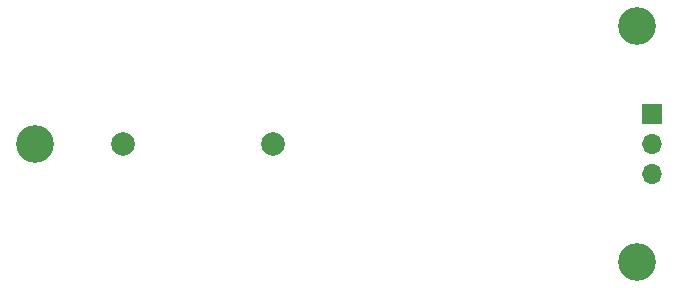
<source format=gbr>
G04 #@! TF.GenerationSoftware,KiCad,Pcbnew,5.1.10-88a1d61d58~90~ubuntu21.04.1*
G04 #@! TF.CreationDate,2021-08-24T10:00:05+02:00*
G04 #@! TF.ProjectId,Detector_SMD_Simple,44657465-6374-46f7-925f-534d445f5369,rev?*
G04 #@! TF.SameCoordinates,Original*
G04 #@! TF.FileFunction,Soldermask,Bot*
G04 #@! TF.FilePolarity,Negative*
%FSLAX46Y46*%
G04 Gerber Fmt 4.6, Leading zero omitted, Abs format (unit mm)*
G04 Created by KiCad (PCBNEW 5.1.10-88a1d61d58~90~ubuntu21.04.1) date 2021-08-24 10:00:05*
%MOMM*%
%LPD*%
G01*
G04 APERTURE LIST*
%ADD10O,1.700000X1.700000*%
%ADD11R,1.700000X1.700000*%
%ADD12C,2.000000*%
%ADD13C,3.200000*%
G04 APERTURE END LIST*
D10*
X106250000Y-52540000D03*
X106250000Y-50000000D03*
D11*
X106250000Y-47460000D03*
D12*
X74150000Y-50000000D03*
X61450000Y-50000000D03*
D13*
X105000000Y-60000000D03*
X105000000Y-40000000D03*
X54000000Y-50000000D03*
M02*

</source>
